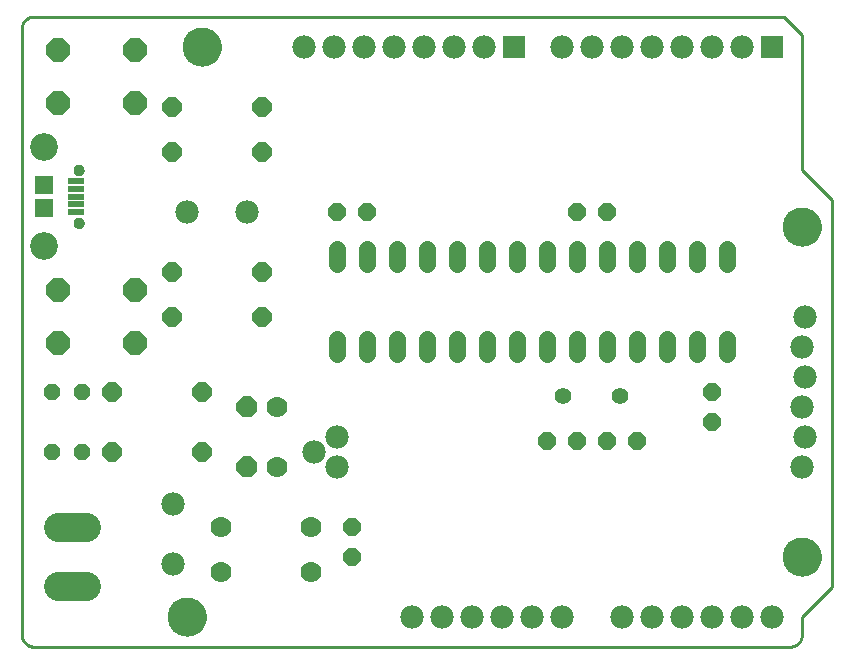
<source format=gts>
G75*
%MOIN*%
%OFA0B0*%
%FSLAX25Y25*%
%IPPOS*%
%LPD*%
%AMOC8*
5,1,8,0,0,1.08239X$1,22.5*
%
%ADD10C,0.01000*%
%ADD11C,0.00000*%
%ADD12C,0.12998*%
%ADD13C,0.07800*%
%ADD14R,0.07800X0.07800*%
%ADD15C,0.09258*%
%ADD16R,0.05715X0.01975*%
%ADD17R,0.05906X0.05906*%
%ADD18C,0.03746*%
%ADD19OC8,0.06000*%
%ADD20C,0.07000*%
%ADD21OC8,0.07000*%
%ADD22OC8,0.05600*%
%ADD23OC8,0.07900*%
%ADD24OC8,0.06400*%
%ADD25C,0.09770*%
%ADD26C,0.05600*%
%ADD27C,0.05600*%
D10*
X0006695Y0005737D02*
X0006695Y0207863D01*
X0006697Y0207987D01*
X0006703Y0208110D01*
X0006712Y0208234D01*
X0006726Y0208356D01*
X0006743Y0208479D01*
X0006765Y0208601D01*
X0006790Y0208722D01*
X0006819Y0208842D01*
X0006851Y0208961D01*
X0006888Y0209080D01*
X0006928Y0209197D01*
X0006971Y0209312D01*
X0007019Y0209427D01*
X0007070Y0209539D01*
X0007124Y0209650D01*
X0007182Y0209760D01*
X0007243Y0209867D01*
X0007308Y0209973D01*
X0007376Y0210076D01*
X0007447Y0210177D01*
X0007521Y0210276D01*
X0007598Y0210373D01*
X0007679Y0210467D01*
X0007762Y0210558D01*
X0007848Y0210647D01*
X0007937Y0210733D01*
X0008028Y0210816D01*
X0008122Y0210897D01*
X0008219Y0210974D01*
X0008318Y0211048D01*
X0008419Y0211119D01*
X0008522Y0211187D01*
X0008628Y0211252D01*
X0008735Y0211313D01*
X0008845Y0211371D01*
X0008956Y0211425D01*
X0009068Y0211476D01*
X0009183Y0211524D01*
X0009298Y0211567D01*
X0009415Y0211607D01*
X0009534Y0211644D01*
X0009653Y0211676D01*
X0009773Y0211705D01*
X0009894Y0211730D01*
X0010016Y0211752D01*
X0010139Y0211769D01*
X0010261Y0211783D01*
X0010385Y0211792D01*
X0010508Y0211798D01*
X0010632Y0211800D01*
X0260695Y0211800D01*
X0266695Y0205800D01*
X0266695Y0160800D01*
X0276695Y0150800D01*
X0276695Y0021800D01*
X0266695Y0011800D01*
X0266695Y0005737D01*
X0266693Y0005613D01*
X0266687Y0005490D01*
X0266678Y0005366D01*
X0266664Y0005244D01*
X0266647Y0005121D01*
X0266625Y0004999D01*
X0266600Y0004878D01*
X0266571Y0004758D01*
X0266539Y0004639D01*
X0266502Y0004520D01*
X0266462Y0004403D01*
X0266419Y0004288D01*
X0266371Y0004173D01*
X0266320Y0004061D01*
X0266266Y0003950D01*
X0266208Y0003840D01*
X0266147Y0003733D01*
X0266082Y0003627D01*
X0266014Y0003524D01*
X0265943Y0003423D01*
X0265869Y0003324D01*
X0265792Y0003227D01*
X0265711Y0003133D01*
X0265628Y0003042D01*
X0265542Y0002953D01*
X0265453Y0002867D01*
X0265362Y0002784D01*
X0265268Y0002703D01*
X0265171Y0002626D01*
X0265072Y0002552D01*
X0264971Y0002481D01*
X0264868Y0002413D01*
X0264762Y0002348D01*
X0264655Y0002287D01*
X0264545Y0002229D01*
X0264434Y0002175D01*
X0264322Y0002124D01*
X0264207Y0002076D01*
X0264092Y0002033D01*
X0263975Y0001993D01*
X0263856Y0001956D01*
X0263737Y0001924D01*
X0263617Y0001895D01*
X0263496Y0001870D01*
X0263374Y0001848D01*
X0263251Y0001831D01*
X0263129Y0001817D01*
X0263005Y0001808D01*
X0262882Y0001802D01*
X0262758Y0001800D01*
X0010632Y0001800D01*
X0010508Y0001802D01*
X0010385Y0001808D01*
X0010261Y0001817D01*
X0010139Y0001831D01*
X0010016Y0001848D01*
X0009894Y0001870D01*
X0009773Y0001895D01*
X0009653Y0001924D01*
X0009534Y0001956D01*
X0009415Y0001993D01*
X0009298Y0002033D01*
X0009183Y0002076D01*
X0009068Y0002124D01*
X0008956Y0002175D01*
X0008845Y0002229D01*
X0008735Y0002287D01*
X0008628Y0002348D01*
X0008522Y0002413D01*
X0008419Y0002481D01*
X0008318Y0002552D01*
X0008219Y0002626D01*
X0008122Y0002703D01*
X0008028Y0002784D01*
X0007937Y0002867D01*
X0007848Y0002953D01*
X0007762Y0003042D01*
X0007679Y0003133D01*
X0007598Y0003227D01*
X0007521Y0003324D01*
X0007447Y0003423D01*
X0007376Y0003524D01*
X0007308Y0003627D01*
X0007243Y0003733D01*
X0007182Y0003840D01*
X0007124Y0003950D01*
X0007070Y0004061D01*
X0007019Y0004173D01*
X0006971Y0004288D01*
X0006928Y0004403D01*
X0006888Y0004520D01*
X0006851Y0004639D01*
X0006819Y0004758D01*
X0006790Y0004878D01*
X0006765Y0004999D01*
X0006743Y0005121D01*
X0006726Y0005244D01*
X0006712Y0005366D01*
X0006703Y0005490D01*
X0006697Y0005613D01*
X0006695Y0005737D01*
D11*
X0055396Y0011800D02*
X0055398Y0011958D01*
X0055404Y0012116D01*
X0055414Y0012274D01*
X0055428Y0012432D01*
X0055446Y0012589D01*
X0055467Y0012746D01*
X0055493Y0012902D01*
X0055523Y0013058D01*
X0055556Y0013213D01*
X0055594Y0013366D01*
X0055635Y0013519D01*
X0055680Y0013671D01*
X0055729Y0013822D01*
X0055782Y0013971D01*
X0055838Y0014119D01*
X0055898Y0014265D01*
X0055962Y0014410D01*
X0056030Y0014553D01*
X0056101Y0014695D01*
X0056175Y0014835D01*
X0056253Y0014972D01*
X0056335Y0015108D01*
X0056419Y0015242D01*
X0056508Y0015373D01*
X0056599Y0015502D01*
X0056694Y0015629D01*
X0056791Y0015754D01*
X0056892Y0015876D01*
X0056996Y0015995D01*
X0057103Y0016112D01*
X0057213Y0016226D01*
X0057326Y0016337D01*
X0057441Y0016446D01*
X0057559Y0016551D01*
X0057680Y0016653D01*
X0057803Y0016753D01*
X0057929Y0016849D01*
X0058057Y0016942D01*
X0058187Y0017032D01*
X0058320Y0017118D01*
X0058455Y0017202D01*
X0058591Y0017281D01*
X0058730Y0017358D01*
X0058871Y0017430D01*
X0059013Y0017500D01*
X0059157Y0017565D01*
X0059303Y0017627D01*
X0059450Y0017685D01*
X0059599Y0017740D01*
X0059749Y0017791D01*
X0059900Y0017838D01*
X0060052Y0017881D01*
X0060205Y0017920D01*
X0060360Y0017956D01*
X0060515Y0017987D01*
X0060671Y0018015D01*
X0060827Y0018039D01*
X0060984Y0018059D01*
X0061142Y0018075D01*
X0061299Y0018087D01*
X0061458Y0018095D01*
X0061616Y0018099D01*
X0061774Y0018099D01*
X0061932Y0018095D01*
X0062091Y0018087D01*
X0062248Y0018075D01*
X0062406Y0018059D01*
X0062563Y0018039D01*
X0062719Y0018015D01*
X0062875Y0017987D01*
X0063030Y0017956D01*
X0063185Y0017920D01*
X0063338Y0017881D01*
X0063490Y0017838D01*
X0063641Y0017791D01*
X0063791Y0017740D01*
X0063940Y0017685D01*
X0064087Y0017627D01*
X0064233Y0017565D01*
X0064377Y0017500D01*
X0064519Y0017430D01*
X0064660Y0017358D01*
X0064799Y0017281D01*
X0064935Y0017202D01*
X0065070Y0017118D01*
X0065203Y0017032D01*
X0065333Y0016942D01*
X0065461Y0016849D01*
X0065587Y0016753D01*
X0065710Y0016653D01*
X0065831Y0016551D01*
X0065949Y0016446D01*
X0066064Y0016337D01*
X0066177Y0016226D01*
X0066287Y0016112D01*
X0066394Y0015995D01*
X0066498Y0015876D01*
X0066599Y0015754D01*
X0066696Y0015629D01*
X0066791Y0015502D01*
X0066882Y0015373D01*
X0066971Y0015242D01*
X0067055Y0015108D01*
X0067137Y0014972D01*
X0067215Y0014835D01*
X0067289Y0014695D01*
X0067360Y0014553D01*
X0067428Y0014410D01*
X0067492Y0014265D01*
X0067552Y0014119D01*
X0067608Y0013971D01*
X0067661Y0013822D01*
X0067710Y0013671D01*
X0067755Y0013519D01*
X0067796Y0013366D01*
X0067834Y0013213D01*
X0067867Y0013058D01*
X0067897Y0012902D01*
X0067923Y0012746D01*
X0067944Y0012589D01*
X0067962Y0012432D01*
X0067976Y0012274D01*
X0067986Y0012116D01*
X0067992Y0011958D01*
X0067994Y0011800D01*
X0067992Y0011642D01*
X0067986Y0011484D01*
X0067976Y0011326D01*
X0067962Y0011168D01*
X0067944Y0011011D01*
X0067923Y0010854D01*
X0067897Y0010698D01*
X0067867Y0010542D01*
X0067834Y0010387D01*
X0067796Y0010234D01*
X0067755Y0010081D01*
X0067710Y0009929D01*
X0067661Y0009778D01*
X0067608Y0009629D01*
X0067552Y0009481D01*
X0067492Y0009335D01*
X0067428Y0009190D01*
X0067360Y0009047D01*
X0067289Y0008905D01*
X0067215Y0008765D01*
X0067137Y0008628D01*
X0067055Y0008492D01*
X0066971Y0008358D01*
X0066882Y0008227D01*
X0066791Y0008098D01*
X0066696Y0007971D01*
X0066599Y0007846D01*
X0066498Y0007724D01*
X0066394Y0007605D01*
X0066287Y0007488D01*
X0066177Y0007374D01*
X0066064Y0007263D01*
X0065949Y0007154D01*
X0065831Y0007049D01*
X0065710Y0006947D01*
X0065587Y0006847D01*
X0065461Y0006751D01*
X0065333Y0006658D01*
X0065203Y0006568D01*
X0065070Y0006482D01*
X0064935Y0006398D01*
X0064799Y0006319D01*
X0064660Y0006242D01*
X0064519Y0006170D01*
X0064377Y0006100D01*
X0064233Y0006035D01*
X0064087Y0005973D01*
X0063940Y0005915D01*
X0063791Y0005860D01*
X0063641Y0005809D01*
X0063490Y0005762D01*
X0063338Y0005719D01*
X0063185Y0005680D01*
X0063030Y0005644D01*
X0062875Y0005613D01*
X0062719Y0005585D01*
X0062563Y0005561D01*
X0062406Y0005541D01*
X0062248Y0005525D01*
X0062091Y0005513D01*
X0061932Y0005505D01*
X0061774Y0005501D01*
X0061616Y0005501D01*
X0061458Y0005505D01*
X0061299Y0005513D01*
X0061142Y0005525D01*
X0060984Y0005541D01*
X0060827Y0005561D01*
X0060671Y0005585D01*
X0060515Y0005613D01*
X0060360Y0005644D01*
X0060205Y0005680D01*
X0060052Y0005719D01*
X0059900Y0005762D01*
X0059749Y0005809D01*
X0059599Y0005860D01*
X0059450Y0005915D01*
X0059303Y0005973D01*
X0059157Y0006035D01*
X0059013Y0006100D01*
X0058871Y0006170D01*
X0058730Y0006242D01*
X0058591Y0006319D01*
X0058455Y0006398D01*
X0058320Y0006482D01*
X0058187Y0006568D01*
X0058057Y0006658D01*
X0057929Y0006751D01*
X0057803Y0006847D01*
X0057680Y0006947D01*
X0057559Y0007049D01*
X0057441Y0007154D01*
X0057326Y0007263D01*
X0057213Y0007374D01*
X0057103Y0007488D01*
X0056996Y0007605D01*
X0056892Y0007724D01*
X0056791Y0007846D01*
X0056694Y0007971D01*
X0056599Y0008098D01*
X0056508Y0008227D01*
X0056419Y0008358D01*
X0056335Y0008492D01*
X0056253Y0008628D01*
X0056175Y0008765D01*
X0056101Y0008905D01*
X0056030Y0009047D01*
X0055962Y0009190D01*
X0055898Y0009335D01*
X0055838Y0009481D01*
X0055782Y0009629D01*
X0055729Y0009778D01*
X0055680Y0009929D01*
X0055635Y0010081D01*
X0055594Y0010234D01*
X0055556Y0010387D01*
X0055523Y0010542D01*
X0055493Y0010698D01*
X0055467Y0010854D01*
X0055446Y0011011D01*
X0055428Y0011168D01*
X0055414Y0011326D01*
X0055404Y0011484D01*
X0055398Y0011642D01*
X0055396Y0011800D01*
X0023940Y0143040D02*
X0023942Y0143121D01*
X0023948Y0143203D01*
X0023958Y0143284D01*
X0023972Y0143364D01*
X0023989Y0143443D01*
X0024011Y0143522D01*
X0024036Y0143599D01*
X0024065Y0143676D01*
X0024098Y0143750D01*
X0024135Y0143823D01*
X0024174Y0143894D01*
X0024218Y0143963D01*
X0024264Y0144030D01*
X0024314Y0144094D01*
X0024367Y0144156D01*
X0024423Y0144216D01*
X0024481Y0144272D01*
X0024543Y0144326D01*
X0024607Y0144377D01*
X0024673Y0144424D01*
X0024741Y0144468D01*
X0024812Y0144509D01*
X0024884Y0144546D01*
X0024959Y0144580D01*
X0025034Y0144610D01*
X0025112Y0144636D01*
X0025190Y0144659D01*
X0025269Y0144677D01*
X0025349Y0144692D01*
X0025430Y0144703D01*
X0025511Y0144710D01*
X0025593Y0144713D01*
X0025674Y0144712D01*
X0025755Y0144707D01*
X0025836Y0144698D01*
X0025917Y0144685D01*
X0025997Y0144668D01*
X0026075Y0144648D01*
X0026153Y0144623D01*
X0026230Y0144595D01*
X0026305Y0144563D01*
X0026378Y0144528D01*
X0026449Y0144489D01*
X0026519Y0144446D01*
X0026586Y0144401D01*
X0026652Y0144352D01*
X0026714Y0144300D01*
X0026774Y0144244D01*
X0026831Y0144186D01*
X0026886Y0144126D01*
X0026937Y0144062D01*
X0026985Y0143997D01*
X0027030Y0143929D01*
X0027072Y0143859D01*
X0027110Y0143787D01*
X0027145Y0143713D01*
X0027176Y0143638D01*
X0027203Y0143561D01*
X0027226Y0143483D01*
X0027246Y0143404D01*
X0027262Y0143324D01*
X0027274Y0143243D01*
X0027282Y0143162D01*
X0027286Y0143081D01*
X0027286Y0142999D01*
X0027282Y0142918D01*
X0027274Y0142837D01*
X0027262Y0142756D01*
X0027246Y0142676D01*
X0027226Y0142597D01*
X0027203Y0142519D01*
X0027176Y0142442D01*
X0027145Y0142367D01*
X0027110Y0142293D01*
X0027072Y0142221D01*
X0027030Y0142151D01*
X0026985Y0142083D01*
X0026937Y0142018D01*
X0026886Y0141954D01*
X0026831Y0141894D01*
X0026774Y0141836D01*
X0026714Y0141780D01*
X0026652Y0141728D01*
X0026586Y0141679D01*
X0026519Y0141634D01*
X0026450Y0141591D01*
X0026378Y0141552D01*
X0026305Y0141517D01*
X0026230Y0141485D01*
X0026153Y0141457D01*
X0026075Y0141432D01*
X0025997Y0141412D01*
X0025917Y0141395D01*
X0025836Y0141382D01*
X0025755Y0141373D01*
X0025674Y0141368D01*
X0025593Y0141367D01*
X0025511Y0141370D01*
X0025430Y0141377D01*
X0025349Y0141388D01*
X0025269Y0141403D01*
X0025190Y0141421D01*
X0025112Y0141444D01*
X0025034Y0141470D01*
X0024959Y0141500D01*
X0024884Y0141534D01*
X0024812Y0141571D01*
X0024741Y0141612D01*
X0024673Y0141656D01*
X0024607Y0141703D01*
X0024543Y0141754D01*
X0024481Y0141808D01*
X0024423Y0141864D01*
X0024367Y0141924D01*
X0024314Y0141986D01*
X0024264Y0142050D01*
X0024218Y0142117D01*
X0024174Y0142186D01*
X0024135Y0142257D01*
X0024098Y0142330D01*
X0024065Y0142404D01*
X0024036Y0142481D01*
X0024011Y0142558D01*
X0023989Y0142637D01*
X0023972Y0142716D01*
X0023958Y0142796D01*
X0023948Y0142877D01*
X0023942Y0142959D01*
X0023940Y0143040D01*
X0023940Y0160560D02*
X0023942Y0160641D01*
X0023948Y0160723D01*
X0023958Y0160804D01*
X0023972Y0160884D01*
X0023989Y0160963D01*
X0024011Y0161042D01*
X0024036Y0161119D01*
X0024065Y0161196D01*
X0024098Y0161270D01*
X0024135Y0161343D01*
X0024174Y0161414D01*
X0024218Y0161483D01*
X0024264Y0161550D01*
X0024314Y0161614D01*
X0024367Y0161676D01*
X0024423Y0161736D01*
X0024481Y0161792D01*
X0024543Y0161846D01*
X0024607Y0161897D01*
X0024673Y0161944D01*
X0024741Y0161988D01*
X0024812Y0162029D01*
X0024884Y0162066D01*
X0024959Y0162100D01*
X0025034Y0162130D01*
X0025112Y0162156D01*
X0025190Y0162179D01*
X0025269Y0162197D01*
X0025349Y0162212D01*
X0025430Y0162223D01*
X0025511Y0162230D01*
X0025593Y0162233D01*
X0025674Y0162232D01*
X0025755Y0162227D01*
X0025836Y0162218D01*
X0025917Y0162205D01*
X0025997Y0162188D01*
X0026075Y0162168D01*
X0026153Y0162143D01*
X0026230Y0162115D01*
X0026305Y0162083D01*
X0026378Y0162048D01*
X0026449Y0162009D01*
X0026519Y0161966D01*
X0026586Y0161921D01*
X0026652Y0161872D01*
X0026714Y0161820D01*
X0026774Y0161764D01*
X0026831Y0161706D01*
X0026886Y0161646D01*
X0026937Y0161582D01*
X0026985Y0161517D01*
X0027030Y0161449D01*
X0027072Y0161379D01*
X0027110Y0161307D01*
X0027145Y0161233D01*
X0027176Y0161158D01*
X0027203Y0161081D01*
X0027226Y0161003D01*
X0027246Y0160924D01*
X0027262Y0160844D01*
X0027274Y0160763D01*
X0027282Y0160682D01*
X0027286Y0160601D01*
X0027286Y0160519D01*
X0027282Y0160438D01*
X0027274Y0160357D01*
X0027262Y0160276D01*
X0027246Y0160196D01*
X0027226Y0160117D01*
X0027203Y0160039D01*
X0027176Y0159962D01*
X0027145Y0159887D01*
X0027110Y0159813D01*
X0027072Y0159741D01*
X0027030Y0159671D01*
X0026985Y0159603D01*
X0026937Y0159538D01*
X0026886Y0159474D01*
X0026831Y0159414D01*
X0026774Y0159356D01*
X0026714Y0159300D01*
X0026652Y0159248D01*
X0026586Y0159199D01*
X0026519Y0159154D01*
X0026450Y0159111D01*
X0026378Y0159072D01*
X0026305Y0159037D01*
X0026230Y0159005D01*
X0026153Y0158977D01*
X0026075Y0158952D01*
X0025997Y0158932D01*
X0025917Y0158915D01*
X0025836Y0158902D01*
X0025755Y0158893D01*
X0025674Y0158888D01*
X0025593Y0158887D01*
X0025511Y0158890D01*
X0025430Y0158897D01*
X0025349Y0158908D01*
X0025269Y0158923D01*
X0025190Y0158941D01*
X0025112Y0158964D01*
X0025034Y0158990D01*
X0024959Y0159020D01*
X0024884Y0159054D01*
X0024812Y0159091D01*
X0024741Y0159132D01*
X0024673Y0159176D01*
X0024607Y0159223D01*
X0024543Y0159274D01*
X0024481Y0159328D01*
X0024423Y0159384D01*
X0024367Y0159444D01*
X0024314Y0159506D01*
X0024264Y0159570D01*
X0024218Y0159637D01*
X0024174Y0159706D01*
X0024135Y0159777D01*
X0024098Y0159850D01*
X0024065Y0159924D01*
X0024036Y0160001D01*
X0024011Y0160078D01*
X0023989Y0160157D01*
X0023972Y0160236D01*
X0023958Y0160316D01*
X0023948Y0160397D01*
X0023942Y0160479D01*
X0023940Y0160560D01*
X0060396Y0201800D02*
X0060398Y0201958D01*
X0060404Y0202116D01*
X0060414Y0202274D01*
X0060428Y0202432D01*
X0060446Y0202589D01*
X0060467Y0202746D01*
X0060493Y0202902D01*
X0060523Y0203058D01*
X0060556Y0203213D01*
X0060594Y0203366D01*
X0060635Y0203519D01*
X0060680Y0203671D01*
X0060729Y0203822D01*
X0060782Y0203971D01*
X0060838Y0204119D01*
X0060898Y0204265D01*
X0060962Y0204410D01*
X0061030Y0204553D01*
X0061101Y0204695D01*
X0061175Y0204835D01*
X0061253Y0204972D01*
X0061335Y0205108D01*
X0061419Y0205242D01*
X0061508Y0205373D01*
X0061599Y0205502D01*
X0061694Y0205629D01*
X0061791Y0205754D01*
X0061892Y0205876D01*
X0061996Y0205995D01*
X0062103Y0206112D01*
X0062213Y0206226D01*
X0062326Y0206337D01*
X0062441Y0206446D01*
X0062559Y0206551D01*
X0062680Y0206653D01*
X0062803Y0206753D01*
X0062929Y0206849D01*
X0063057Y0206942D01*
X0063187Y0207032D01*
X0063320Y0207118D01*
X0063455Y0207202D01*
X0063591Y0207281D01*
X0063730Y0207358D01*
X0063871Y0207430D01*
X0064013Y0207500D01*
X0064157Y0207565D01*
X0064303Y0207627D01*
X0064450Y0207685D01*
X0064599Y0207740D01*
X0064749Y0207791D01*
X0064900Y0207838D01*
X0065052Y0207881D01*
X0065205Y0207920D01*
X0065360Y0207956D01*
X0065515Y0207987D01*
X0065671Y0208015D01*
X0065827Y0208039D01*
X0065984Y0208059D01*
X0066142Y0208075D01*
X0066299Y0208087D01*
X0066458Y0208095D01*
X0066616Y0208099D01*
X0066774Y0208099D01*
X0066932Y0208095D01*
X0067091Y0208087D01*
X0067248Y0208075D01*
X0067406Y0208059D01*
X0067563Y0208039D01*
X0067719Y0208015D01*
X0067875Y0207987D01*
X0068030Y0207956D01*
X0068185Y0207920D01*
X0068338Y0207881D01*
X0068490Y0207838D01*
X0068641Y0207791D01*
X0068791Y0207740D01*
X0068940Y0207685D01*
X0069087Y0207627D01*
X0069233Y0207565D01*
X0069377Y0207500D01*
X0069519Y0207430D01*
X0069660Y0207358D01*
X0069799Y0207281D01*
X0069935Y0207202D01*
X0070070Y0207118D01*
X0070203Y0207032D01*
X0070333Y0206942D01*
X0070461Y0206849D01*
X0070587Y0206753D01*
X0070710Y0206653D01*
X0070831Y0206551D01*
X0070949Y0206446D01*
X0071064Y0206337D01*
X0071177Y0206226D01*
X0071287Y0206112D01*
X0071394Y0205995D01*
X0071498Y0205876D01*
X0071599Y0205754D01*
X0071696Y0205629D01*
X0071791Y0205502D01*
X0071882Y0205373D01*
X0071971Y0205242D01*
X0072055Y0205108D01*
X0072137Y0204972D01*
X0072215Y0204835D01*
X0072289Y0204695D01*
X0072360Y0204553D01*
X0072428Y0204410D01*
X0072492Y0204265D01*
X0072552Y0204119D01*
X0072608Y0203971D01*
X0072661Y0203822D01*
X0072710Y0203671D01*
X0072755Y0203519D01*
X0072796Y0203366D01*
X0072834Y0203213D01*
X0072867Y0203058D01*
X0072897Y0202902D01*
X0072923Y0202746D01*
X0072944Y0202589D01*
X0072962Y0202432D01*
X0072976Y0202274D01*
X0072986Y0202116D01*
X0072992Y0201958D01*
X0072994Y0201800D01*
X0072992Y0201642D01*
X0072986Y0201484D01*
X0072976Y0201326D01*
X0072962Y0201168D01*
X0072944Y0201011D01*
X0072923Y0200854D01*
X0072897Y0200698D01*
X0072867Y0200542D01*
X0072834Y0200387D01*
X0072796Y0200234D01*
X0072755Y0200081D01*
X0072710Y0199929D01*
X0072661Y0199778D01*
X0072608Y0199629D01*
X0072552Y0199481D01*
X0072492Y0199335D01*
X0072428Y0199190D01*
X0072360Y0199047D01*
X0072289Y0198905D01*
X0072215Y0198765D01*
X0072137Y0198628D01*
X0072055Y0198492D01*
X0071971Y0198358D01*
X0071882Y0198227D01*
X0071791Y0198098D01*
X0071696Y0197971D01*
X0071599Y0197846D01*
X0071498Y0197724D01*
X0071394Y0197605D01*
X0071287Y0197488D01*
X0071177Y0197374D01*
X0071064Y0197263D01*
X0070949Y0197154D01*
X0070831Y0197049D01*
X0070710Y0196947D01*
X0070587Y0196847D01*
X0070461Y0196751D01*
X0070333Y0196658D01*
X0070203Y0196568D01*
X0070070Y0196482D01*
X0069935Y0196398D01*
X0069799Y0196319D01*
X0069660Y0196242D01*
X0069519Y0196170D01*
X0069377Y0196100D01*
X0069233Y0196035D01*
X0069087Y0195973D01*
X0068940Y0195915D01*
X0068791Y0195860D01*
X0068641Y0195809D01*
X0068490Y0195762D01*
X0068338Y0195719D01*
X0068185Y0195680D01*
X0068030Y0195644D01*
X0067875Y0195613D01*
X0067719Y0195585D01*
X0067563Y0195561D01*
X0067406Y0195541D01*
X0067248Y0195525D01*
X0067091Y0195513D01*
X0066932Y0195505D01*
X0066774Y0195501D01*
X0066616Y0195501D01*
X0066458Y0195505D01*
X0066299Y0195513D01*
X0066142Y0195525D01*
X0065984Y0195541D01*
X0065827Y0195561D01*
X0065671Y0195585D01*
X0065515Y0195613D01*
X0065360Y0195644D01*
X0065205Y0195680D01*
X0065052Y0195719D01*
X0064900Y0195762D01*
X0064749Y0195809D01*
X0064599Y0195860D01*
X0064450Y0195915D01*
X0064303Y0195973D01*
X0064157Y0196035D01*
X0064013Y0196100D01*
X0063871Y0196170D01*
X0063730Y0196242D01*
X0063591Y0196319D01*
X0063455Y0196398D01*
X0063320Y0196482D01*
X0063187Y0196568D01*
X0063057Y0196658D01*
X0062929Y0196751D01*
X0062803Y0196847D01*
X0062680Y0196947D01*
X0062559Y0197049D01*
X0062441Y0197154D01*
X0062326Y0197263D01*
X0062213Y0197374D01*
X0062103Y0197488D01*
X0061996Y0197605D01*
X0061892Y0197724D01*
X0061791Y0197846D01*
X0061694Y0197971D01*
X0061599Y0198098D01*
X0061508Y0198227D01*
X0061419Y0198358D01*
X0061335Y0198492D01*
X0061253Y0198628D01*
X0061175Y0198765D01*
X0061101Y0198905D01*
X0061030Y0199047D01*
X0060962Y0199190D01*
X0060898Y0199335D01*
X0060838Y0199481D01*
X0060782Y0199629D01*
X0060729Y0199778D01*
X0060680Y0199929D01*
X0060635Y0200081D01*
X0060594Y0200234D01*
X0060556Y0200387D01*
X0060523Y0200542D01*
X0060493Y0200698D01*
X0060467Y0200854D01*
X0060446Y0201011D01*
X0060428Y0201168D01*
X0060414Y0201326D01*
X0060404Y0201484D01*
X0060398Y0201642D01*
X0060396Y0201800D01*
X0260396Y0141800D02*
X0260398Y0141958D01*
X0260404Y0142116D01*
X0260414Y0142274D01*
X0260428Y0142432D01*
X0260446Y0142589D01*
X0260467Y0142746D01*
X0260493Y0142902D01*
X0260523Y0143058D01*
X0260556Y0143213D01*
X0260594Y0143366D01*
X0260635Y0143519D01*
X0260680Y0143671D01*
X0260729Y0143822D01*
X0260782Y0143971D01*
X0260838Y0144119D01*
X0260898Y0144265D01*
X0260962Y0144410D01*
X0261030Y0144553D01*
X0261101Y0144695D01*
X0261175Y0144835D01*
X0261253Y0144972D01*
X0261335Y0145108D01*
X0261419Y0145242D01*
X0261508Y0145373D01*
X0261599Y0145502D01*
X0261694Y0145629D01*
X0261791Y0145754D01*
X0261892Y0145876D01*
X0261996Y0145995D01*
X0262103Y0146112D01*
X0262213Y0146226D01*
X0262326Y0146337D01*
X0262441Y0146446D01*
X0262559Y0146551D01*
X0262680Y0146653D01*
X0262803Y0146753D01*
X0262929Y0146849D01*
X0263057Y0146942D01*
X0263187Y0147032D01*
X0263320Y0147118D01*
X0263455Y0147202D01*
X0263591Y0147281D01*
X0263730Y0147358D01*
X0263871Y0147430D01*
X0264013Y0147500D01*
X0264157Y0147565D01*
X0264303Y0147627D01*
X0264450Y0147685D01*
X0264599Y0147740D01*
X0264749Y0147791D01*
X0264900Y0147838D01*
X0265052Y0147881D01*
X0265205Y0147920D01*
X0265360Y0147956D01*
X0265515Y0147987D01*
X0265671Y0148015D01*
X0265827Y0148039D01*
X0265984Y0148059D01*
X0266142Y0148075D01*
X0266299Y0148087D01*
X0266458Y0148095D01*
X0266616Y0148099D01*
X0266774Y0148099D01*
X0266932Y0148095D01*
X0267091Y0148087D01*
X0267248Y0148075D01*
X0267406Y0148059D01*
X0267563Y0148039D01*
X0267719Y0148015D01*
X0267875Y0147987D01*
X0268030Y0147956D01*
X0268185Y0147920D01*
X0268338Y0147881D01*
X0268490Y0147838D01*
X0268641Y0147791D01*
X0268791Y0147740D01*
X0268940Y0147685D01*
X0269087Y0147627D01*
X0269233Y0147565D01*
X0269377Y0147500D01*
X0269519Y0147430D01*
X0269660Y0147358D01*
X0269799Y0147281D01*
X0269935Y0147202D01*
X0270070Y0147118D01*
X0270203Y0147032D01*
X0270333Y0146942D01*
X0270461Y0146849D01*
X0270587Y0146753D01*
X0270710Y0146653D01*
X0270831Y0146551D01*
X0270949Y0146446D01*
X0271064Y0146337D01*
X0271177Y0146226D01*
X0271287Y0146112D01*
X0271394Y0145995D01*
X0271498Y0145876D01*
X0271599Y0145754D01*
X0271696Y0145629D01*
X0271791Y0145502D01*
X0271882Y0145373D01*
X0271971Y0145242D01*
X0272055Y0145108D01*
X0272137Y0144972D01*
X0272215Y0144835D01*
X0272289Y0144695D01*
X0272360Y0144553D01*
X0272428Y0144410D01*
X0272492Y0144265D01*
X0272552Y0144119D01*
X0272608Y0143971D01*
X0272661Y0143822D01*
X0272710Y0143671D01*
X0272755Y0143519D01*
X0272796Y0143366D01*
X0272834Y0143213D01*
X0272867Y0143058D01*
X0272897Y0142902D01*
X0272923Y0142746D01*
X0272944Y0142589D01*
X0272962Y0142432D01*
X0272976Y0142274D01*
X0272986Y0142116D01*
X0272992Y0141958D01*
X0272994Y0141800D01*
X0272992Y0141642D01*
X0272986Y0141484D01*
X0272976Y0141326D01*
X0272962Y0141168D01*
X0272944Y0141011D01*
X0272923Y0140854D01*
X0272897Y0140698D01*
X0272867Y0140542D01*
X0272834Y0140387D01*
X0272796Y0140234D01*
X0272755Y0140081D01*
X0272710Y0139929D01*
X0272661Y0139778D01*
X0272608Y0139629D01*
X0272552Y0139481D01*
X0272492Y0139335D01*
X0272428Y0139190D01*
X0272360Y0139047D01*
X0272289Y0138905D01*
X0272215Y0138765D01*
X0272137Y0138628D01*
X0272055Y0138492D01*
X0271971Y0138358D01*
X0271882Y0138227D01*
X0271791Y0138098D01*
X0271696Y0137971D01*
X0271599Y0137846D01*
X0271498Y0137724D01*
X0271394Y0137605D01*
X0271287Y0137488D01*
X0271177Y0137374D01*
X0271064Y0137263D01*
X0270949Y0137154D01*
X0270831Y0137049D01*
X0270710Y0136947D01*
X0270587Y0136847D01*
X0270461Y0136751D01*
X0270333Y0136658D01*
X0270203Y0136568D01*
X0270070Y0136482D01*
X0269935Y0136398D01*
X0269799Y0136319D01*
X0269660Y0136242D01*
X0269519Y0136170D01*
X0269377Y0136100D01*
X0269233Y0136035D01*
X0269087Y0135973D01*
X0268940Y0135915D01*
X0268791Y0135860D01*
X0268641Y0135809D01*
X0268490Y0135762D01*
X0268338Y0135719D01*
X0268185Y0135680D01*
X0268030Y0135644D01*
X0267875Y0135613D01*
X0267719Y0135585D01*
X0267563Y0135561D01*
X0267406Y0135541D01*
X0267248Y0135525D01*
X0267091Y0135513D01*
X0266932Y0135505D01*
X0266774Y0135501D01*
X0266616Y0135501D01*
X0266458Y0135505D01*
X0266299Y0135513D01*
X0266142Y0135525D01*
X0265984Y0135541D01*
X0265827Y0135561D01*
X0265671Y0135585D01*
X0265515Y0135613D01*
X0265360Y0135644D01*
X0265205Y0135680D01*
X0265052Y0135719D01*
X0264900Y0135762D01*
X0264749Y0135809D01*
X0264599Y0135860D01*
X0264450Y0135915D01*
X0264303Y0135973D01*
X0264157Y0136035D01*
X0264013Y0136100D01*
X0263871Y0136170D01*
X0263730Y0136242D01*
X0263591Y0136319D01*
X0263455Y0136398D01*
X0263320Y0136482D01*
X0263187Y0136568D01*
X0263057Y0136658D01*
X0262929Y0136751D01*
X0262803Y0136847D01*
X0262680Y0136947D01*
X0262559Y0137049D01*
X0262441Y0137154D01*
X0262326Y0137263D01*
X0262213Y0137374D01*
X0262103Y0137488D01*
X0261996Y0137605D01*
X0261892Y0137724D01*
X0261791Y0137846D01*
X0261694Y0137971D01*
X0261599Y0138098D01*
X0261508Y0138227D01*
X0261419Y0138358D01*
X0261335Y0138492D01*
X0261253Y0138628D01*
X0261175Y0138765D01*
X0261101Y0138905D01*
X0261030Y0139047D01*
X0260962Y0139190D01*
X0260898Y0139335D01*
X0260838Y0139481D01*
X0260782Y0139629D01*
X0260729Y0139778D01*
X0260680Y0139929D01*
X0260635Y0140081D01*
X0260594Y0140234D01*
X0260556Y0140387D01*
X0260523Y0140542D01*
X0260493Y0140698D01*
X0260467Y0140854D01*
X0260446Y0141011D01*
X0260428Y0141168D01*
X0260414Y0141326D01*
X0260404Y0141484D01*
X0260398Y0141642D01*
X0260396Y0141800D01*
X0260396Y0031800D02*
X0260398Y0031958D01*
X0260404Y0032116D01*
X0260414Y0032274D01*
X0260428Y0032432D01*
X0260446Y0032589D01*
X0260467Y0032746D01*
X0260493Y0032902D01*
X0260523Y0033058D01*
X0260556Y0033213D01*
X0260594Y0033366D01*
X0260635Y0033519D01*
X0260680Y0033671D01*
X0260729Y0033822D01*
X0260782Y0033971D01*
X0260838Y0034119D01*
X0260898Y0034265D01*
X0260962Y0034410D01*
X0261030Y0034553D01*
X0261101Y0034695D01*
X0261175Y0034835D01*
X0261253Y0034972D01*
X0261335Y0035108D01*
X0261419Y0035242D01*
X0261508Y0035373D01*
X0261599Y0035502D01*
X0261694Y0035629D01*
X0261791Y0035754D01*
X0261892Y0035876D01*
X0261996Y0035995D01*
X0262103Y0036112D01*
X0262213Y0036226D01*
X0262326Y0036337D01*
X0262441Y0036446D01*
X0262559Y0036551D01*
X0262680Y0036653D01*
X0262803Y0036753D01*
X0262929Y0036849D01*
X0263057Y0036942D01*
X0263187Y0037032D01*
X0263320Y0037118D01*
X0263455Y0037202D01*
X0263591Y0037281D01*
X0263730Y0037358D01*
X0263871Y0037430D01*
X0264013Y0037500D01*
X0264157Y0037565D01*
X0264303Y0037627D01*
X0264450Y0037685D01*
X0264599Y0037740D01*
X0264749Y0037791D01*
X0264900Y0037838D01*
X0265052Y0037881D01*
X0265205Y0037920D01*
X0265360Y0037956D01*
X0265515Y0037987D01*
X0265671Y0038015D01*
X0265827Y0038039D01*
X0265984Y0038059D01*
X0266142Y0038075D01*
X0266299Y0038087D01*
X0266458Y0038095D01*
X0266616Y0038099D01*
X0266774Y0038099D01*
X0266932Y0038095D01*
X0267091Y0038087D01*
X0267248Y0038075D01*
X0267406Y0038059D01*
X0267563Y0038039D01*
X0267719Y0038015D01*
X0267875Y0037987D01*
X0268030Y0037956D01*
X0268185Y0037920D01*
X0268338Y0037881D01*
X0268490Y0037838D01*
X0268641Y0037791D01*
X0268791Y0037740D01*
X0268940Y0037685D01*
X0269087Y0037627D01*
X0269233Y0037565D01*
X0269377Y0037500D01*
X0269519Y0037430D01*
X0269660Y0037358D01*
X0269799Y0037281D01*
X0269935Y0037202D01*
X0270070Y0037118D01*
X0270203Y0037032D01*
X0270333Y0036942D01*
X0270461Y0036849D01*
X0270587Y0036753D01*
X0270710Y0036653D01*
X0270831Y0036551D01*
X0270949Y0036446D01*
X0271064Y0036337D01*
X0271177Y0036226D01*
X0271287Y0036112D01*
X0271394Y0035995D01*
X0271498Y0035876D01*
X0271599Y0035754D01*
X0271696Y0035629D01*
X0271791Y0035502D01*
X0271882Y0035373D01*
X0271971Y0035242D01*
X0272055Y0035108D01*
X0272137Y0034972D01*
X0272215Y0034835D01*
X0272289Y0034695D01*
X0272360Y0034553D01*
X0272428Y0034410D01*
X0272492Y0034265D01*
X0272552Y0034119D01*
X0272608Y0033971D01*
X0272661Y0033822D01*
X0272710Y0033671D01*
X0272755Y0033519D01*
X0272796Y0033366D01*
X0272834Y0033213D01*
X0272867Y0033058D01*
X0272897Y0032902D01*
X0272923Y0032746D01*
X0272944Y0032589D01*
X0272962Y0032432D01*
X0272976Y0032274D01*
X0272986Y0032116D01*
X0272992Y0031958D01*
X0272994Y0031800D01*
X0272992Y0031642D01*
X0272986Y0031484D01*
X0272976Y0031326D01*
X0272962Y0031168D01*
X0272944Y0031011D01*
X0272923Y0030854D01*
X0272897Y0030698D01*
X0272867Y0030542D01*
X0272834Y0030387D01*
X0272796Y0030234D01*
X0272755Y0030081D01*
X0272710Y0029929D01*
X0272661Y0029778D01*
X0272608Y0029629D01*
X0272552Y0029481D01*
X0272492Y0029335D01*
X0272428Y0029190D01*
X0272360Y0029047D01*
X0272289Y0028905D01*
X0272215Y0028765D01*
X0272137Y0028628D01*
X0272055Y0028492D01*
X0271971Y0028358D01*
X0271882Y0028227D01*
X0271791Y0028098D01*
X0271696Y0027971D01*
X0271599Y0027846D01*
X0271498Y0027724D01*
X0271394Y0027605D01*
X0271287Y0027488D01*
X0271177Y0027374D01*
X0271064Y0027263D01*
X0270949Y0027154D01*
X0270831Y0027049D01*
X0270710Y0026947D01*
X0270587Y0026847D01*
X0270461Y0026751D01*
X0270333Y0026658D01*
X0270203Y0026568D01*
X0270070Y0026482D01*
X0269935Y0026398D01*
X0269799Y0026319D01*
X0269660Y0026242D01*
X0269519Y0026170D01*
X0269377Y0026100D01*
X0269233Y0026035D01*
X0269087Y0025973D01*
X0268940Y0025915D01*
X0268791Y0025860D01*
X0268641Y0025809D01*
X0268490Y0025762D01*
X0268338Y0025719D01*
X0268185Y0025680D01*
X0268030Y0025644D01*
X0267875Y0025613D01*
X0267719Y0025585D01*
X0267563Y0025561D01*
X0267406Y0025541D01*
X0267248Y0025525D01*
X0267091Y0025513D01*
X0266932Y0025505D01*
X0266774Y0025501D01*
X0266616Y0025501D01*
X0266458Y0025505D01*
X0266299Y0025513D01*
X0266142Y0025525D01*
X0265984Y0025541D01*
X0265827Y0025561D01*
X0265671Y0025585D01*
X0265515Y0025613D01*
X0265360Y0025644D01*
X0265205Y0025680D01*
X0265052Y0025719D01*
X0264900Y0025762D01*
X0264749Y0025809D01*
X0264599Y0025860D01*
X0264450Y0025915D01*
X0264303Y0025973D01*
X0264157Y0026035D01*
X0264013Y0026100D01*
X0263871Y0026170D01*
X0263730Y0026242D01*
X0263591Y0026319D01*
X0263455Y0026398D01*
X0263320Y0026482D01*
X0263187Y0026568D01*
X0263057Y0026658D01*
X0262929Y0026751D01*
X0262803Y0026847D01*
X0262680Y0026947D01*
X0262559Y0027049D01*
X0262441Y0027154D01*
X0262326Y0027263D01*
X0262213Y0027374D01*
X0262103Y0027488D01*
X0261996Y0027605D01*
X0261892Y0027724D01*
X0261791Y0027846D01*
X0261694Y0027971D01*
X0261599Y0028098D01*
X0261508Y0028227D01*
X0261419Y0028358D01*
X0261335Y0028492D01*
X0261253Y0028628D01*
X0261175Y0028765D01*
X0261101Y0028905D01*
X0261030Y0029047D01*
X0260962Y0029190D01*
X0260898Y0029335D01*
X0260838Y0029481D01*
X0260782Y0029629D01*
X0260729Y0029778D01*
X0260680Y0029929D01*
X0260635Y0030081D01*
X0260594Y0030234D01*
X0260556Y0030387D01*
X0260523Y0030542D01*
X0260493Y0030698D01*
X0260467Y0030854D01*
X0260446Y0031011D01*
X0260428Y0031168D01*
X0260414Y0031326D01*
X0260404Y0031484D01*
X0260398Y0031642D01*
X0260396Y0031800D01*
D12*
X0266695Y0031800D03*
X0266695Y0141800D03*
X0066695Y0201800D03*
X0061695Y0011800D03*
D13*
X0057195Y0029300D03*
X0057195Y0049300D03*
X0104195Y0066800D03*
X0111695Y0061800D03*
X0111695Y0071800D03*
X0136695Y0011800D03*
X0146695Y0011800D03*
X0156695Y0011800D03*
X0166695Y0011800D03*
X0176695Y0011800D03*
X0186695Y0011800D03*
X0206695Y0011800D03*
X0216695Y0011800D03*
X0226695Y0011800D03*
X0236695Y0011800D03*
X0246695Y0011800D03*
X0256695Y0011800D03*
X0266695Y0061800D03*
X0267695Y0071800D03*
X0266695Y0081800D03*
X0267695Y0091800D03*
X0266695Y0101800D03*
X0267695Y0111800D03*
X0246695Y0201800D03*
X0236695Y0201800D03*
X0226695Y0201800D03*
X0216695Y0201800D03*
X0206695Y0201800D03*
X0196695Y0201800D03*
X0186695Y0201800D03*
X0160695Y0201800D03*
X0150695Y0201800D03*
X0140695Y0201800D03*
X0130695Y0201800D03*
X0120695Y0201800D03*
X0110695Y0201800D03*
X0100695Y0201800D03*
X0081695Y0146800D03*
X0061695Y0146800D03*
D14*
X0170695Y0201800D03*
X0256695Y0201800D03*
D15*
X0014195Y0168237D03*
X0014195Y0135363D03*
D16*
X0024825Y0146682D03*
X0024825Y0149241D03*
X0024825Y0151800D03*
X0024825Y0154359D03*
X0024825Y0156918D03*
D17*
X0014195Y0155737D03*
X0014195Y0147863D03*
D18*
X0025613Y0143040D03*
X0025613Y0160560D03*
D19*
X0111695Y0146800D03*
X0121695Y0146800D03*
X0191695Y0146800D03*
X0201695Y0146800D03*
X0236695Y0086800D03*
X0236695Y0076800D03*
X0211695Y0070300D03*
X0201695Y0070300D03*
X0191695Y0070300D03*
X0181695Y0070300D03*
X0116695Y0041800D03*
X0116695Y0031800D03*
D20*
X0103195Y0026800D03*
X0103195Y0041800D03*
X0091695Y0061800D03*
X0073195Y0041800D03*
X0073195Y0026800D03*
X0091695Y0081800D03*
D21*
X0081695Y0081800D03*
X0081695Y0061800D03*
D22*
X0026695Y0066800D03*
X0016695Y0066800D03*
X0016695Y0086800D03*
X0026695Y0086800D03*
D23*
X0018895Y0102900D03*
X0018895Y0120700D03*
X0044495Y0120700D03*
X0044495Y0102900D03*
X0044495Y0182900D03*
X0044495Y0200700D03*
X0018895Y0200700D03*
X0018895Y0182900D03*
D24*
X0056695Y0181800D03*
X0056695Y0166800D03*
X0086695Y0166800D03*
X0086695Y0181800D03*
X0086695Y0126800D03*
X0086695Y0111800D03*
X0056695Y0111800D03*
X0056695Y0126800D03*
X0066695Y0086800D03*
X0066695Y0066800D03*
X0036695Y0066800D03*
X0036695Y0086800D03*
D25*
X0028152Y0041643D02*
X0018782Y0041643D01*
X0018782Y0021957D02*
X0028152Y0021957D01*
D26*
X0111695Y0099200D02*
X0111695Y0104400D01*
X0121695Y0104400D02*
X0121695Y0099200D01*
X0131695Y0099200D02*
X0131695Y0104400D01*
X0141695Y0104400D02*
X0141695Y0099200D01*
X0151695Y0099200D02*
X0151695Y0104400D01*
X0161695Y0104400D02*
X0161695Y0099200D01*
X0171695Y0099200D02*
X0171695Y0104400D01*
X0181695Y0104400D02*
X0181695Y0099200D01*
X0191695Y0099200D02*
X0191695Y0104400D01*
X0201695Y0104400D02*
X0201695Y0099200D01*
X0211695Y0099200D02*
X0211695Y0104400D01*
X0221695Y0104400D02*
X0221695Y0099200D01*
X0231695Y0099200D02*
X0231695Y0104400D01*
X0241695Y0104400D02*
X0241695Y0099200D01*
X0241695Y0129200D02*
X0241695Y0134400D01*
X0231695Y0134400D02*
X0231695Y0129200D01*
X0221695Y0129200D02*
X0221695Y0134400D01*
X0211695Y0134400D02*
X0211695Y0129200D01*
X0201695Y0129200D02*
X0201695Y0134400D01*
X0191695Y0134400D02*
X0191695Y0129200D01*
X0181695Y0129200D02*
X0181695Y0134400D01*
X0171695Y0134400D02*
X0171695Y0129200D01*
X0161695Y0129200D02*
X0161695Y0134400D01*
X0151695Y0134400D02*
X0151695Y0129200D01*
X0141695Y0129200D02*
X0141695Y0134400D01*
X0131695Y0134400D02*
X0131695Y0129200D01*
X0121695Y0129200D02*
X0121695Y0134400D01*
X0111695Y0134400D02*
X0111695Y0129200D01*
D27*
X0187195Y0085300D03*
X0206195Y0085300D03*
M02*

</source>
